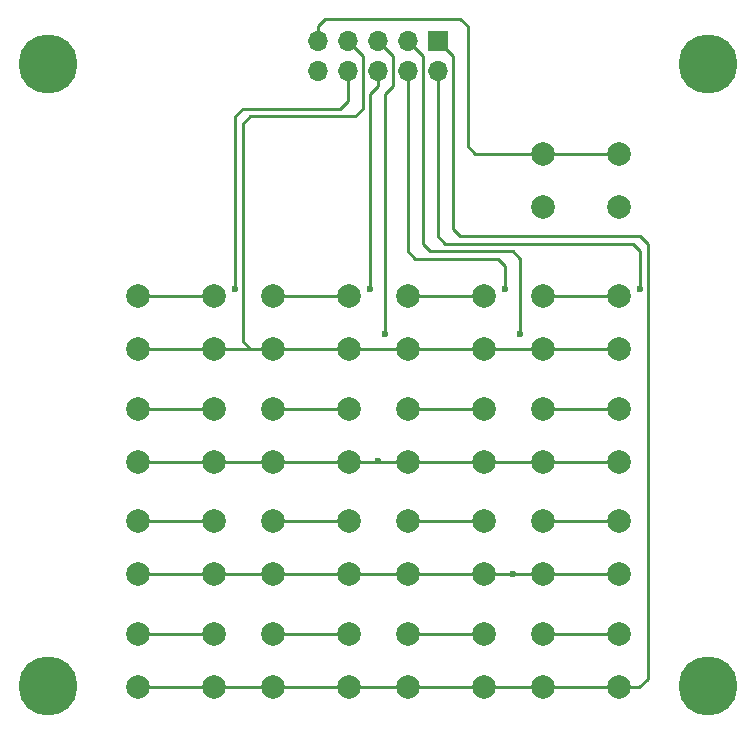
<source format=gtl>
G04 #@! TF.FileFunction,Copper,L1,Top,Signal*
%FSLAX46Y46*%
G04 Gerber Fmt 4.6, Leading zero omitted, Abs format (unit mm)*
G04 Created by KiCad (PCBNEW 4.0.7) date 09/22/19 17:23:35*
%MOMM*%
%LPD*%
G01*
G04 APERTURE LIST*
%ADD10C,0.100000*%
%ADD11C,5.000000*%
%ADD12C,2.000000*%
%ADD13R,1.700000X1.700000*%
%ADD14O,1.700000X1.700000*%
%ADD15C,0.600000*%
%ADD16C,0.250000*%
G04 APERTURE END LIST*
D10*
D11*
X120650000Y-137160000D03*
X176530000Y-137160000D03*
X176530000Y-84455000D03*
X120650000Y-84455000D03*
D12*
X162560000Y-96575000D03*
X162560000Y-92075000D03*
X169060000Y-96575000D03*
X169060000Y-92075000D03*
X128270000Y-137215000D03*
X128270000Y-132715000D03*
X134770000Y-137215000D03*
X134770000Y-132715000D03*
X128270000Y-127690000D03*
X128270000Y-123190000D03*
X134770000Y-127690000D03*
X134770000Y-123190000D03*
X128270000Y-118165000D03*
X128270000Y-113665000D03*
X134770000Y-118165000D03*
X134770000Y-113665000D03*
X128270000Y-108640000D03*
X128270000Y-104140000D03*
X134770000Y-108640000D03*
X134770000Y-104140000D03*
X139700000Y-137215000D03*
X139700000Y-132715000D03*
X146200000Y-137215000D03*
X146200000Y-132715000D03*
X139700000Y-127690000D03*
X139700000Y-123190000D03*
X146200000Y-127690000D03*
X146200000Y-123190000D03*
X139700000Y-118165000D03*
X139700000Y-113665000D03*
X146200000Y-118165000D03*
X146200000Y-113665000D03*
X139700000Y-108640000D03*
X139700000Y-104140000D03*
X146200000Y-108640000D03*
X146200000Y-104140000D03*
X151130000Y-137215000D03*
X151130000Y-132715000D03*
X157630000Y-137215000D03*
X157630000Y-132715000D03*
X151130000Y-127690000D03*
X151130000Y-123190000D03*
X157630000Y-127690000D03*
X157630000Y-123190000D03*
X151130000Y-118165000D03*
X151130000Y-113665000D03*
X157630000Y-118165000D03*
X157630000Y-113665000D03*
X151130000Y-108640000D03*
X151130000Y-104140000D03*
X157630000Y-108640000D03*
X157630000Y-104140000D03*
X162560000Y-137215000D03*
X162560000Y-132715000D03*
X169060000Y-137215000D03*
X169060000Y-132715000D03*
X162560000Y-127690000D03*
X162560000Y-123190000D03*
X169060000Y-127690000D03*
X169060000Y-123190000D03*
X162560000Y-118165000D03*
X162560000Y-113665000D03*
X169060000Y-118165000D03*
X169060000Y-113665000D03*
X162560000Y-108640000D03*
X162560000Y-104140000D03*
X169060000Y-108640000D03*
X169060000Y-104140000D03*
D13*
X153670000Y-82550000D03*
D14*
X153670000Y-85090000D03*
X151130000Y-82550000D03*
X151130000Y-85090000D03*
X148590000Y-82550000D03*
X148590000Y-85090000D03*
X146050000Y-82550000D03*
X146050000Y-85090000D03*
X143510000Y-82550000D03*
X143510000Y-85090000D03*
D15*
X170815000Y-103505000D03*
X160655000Y-107315000D03*
X160020000Y-127635000D03*
X159385000Y-103505000D03*
X148590000Y-118110000D03*
X149225000Y-107315000D03*
X147955000Y-103505000D03*
X136525000Y-103505000D03*
D16*
X155575000Y-80645000D02*
X156210000Y-81280000D01*
X156845000Y-92075000D02*
X162560000Y-92075000D01*
X156210000Y-91440000D02*
X156845000Y-92075000D01*
X156210000Y-81280000D02*
X156210000Y-91440000D01*
X143510000Y-82550000D02*
X143510000Y-81280000D01*
X144145000Y-80645000D02*
X155575000Y-80645000D01*
X143510000Y-81280000D02*
X144145000Y-80645000D01*
X162560000Y-92075000D02*
X169060000Y-92075000D01*
X171450000Y-99695000D02*
X170815000Y-99060000D01*
X154940000Y-83820000D02*
X153670000Y-82550000D01*
X154940000Y-98425000D02*
X154940000Y-83820000D01*
X155575000Y-99060000D02*
X154940000Y-98425000D01*
X170815000Y-99060000D02*
X155575000Y-99060000D01*
X170760000Y-137215000D02*
X169060000Y-137215000D01*
X171450000Y-136525000D02*
X170760000Y-137215000D01*
X171450000Y-99695000D02*
X171450000Y-136525000D01*
X151130000Y-137215000D02*
X146200000Y-137215000D01*
X146200000Y-137215000D02*
X139700000Y-137215000D01*
X139700000Y-137215000D02*
X134770000Y-137215000D01*
X134770000Y-137215000D02*
X128270000Y-137215000D01*
X157630000Y-137215000D02*
X151130000Y-137215000D01*
X162560000Y-137215000D02*
X157630000Y-137215000D01*
X169060000Y-137215000D02*
X162560000Y-137215000D01*
X170815000Y-100330000D02*
X170180000Y-99695000D01*
X153670000Y-99060000D02*
X153670000Y-85090000D01*
X154305000Y-99695000D02*
X153670000Y-99060000D01*
X154940000Y-99695000D02*
X154305000Y-99695000D01*
X170180000Y-99695000D02*
X154940000Y-99695000D01*
X170815000Y-100330000D02*
X170815000Y-103505000D01*
X162560000Y-104140000D02*
X169060000Y-104140000D01*
X169060000Y-113665000D02*
X162560000Y-113665000D01*
X169060000Y-132715000D02*
X162560000Y-132715000D01*
X162560000Y-123190000D02*
X169060000Y-123190000D01*
X160655000Y-100965000D02*
X160020000Y-100330000D01*
X152400000Y-99695000D02*
X152400000Y-86995000D01*
X153035000Y-100330000D02*
X152400000Y-99695000D01*
X160020000Y-100330000D02*
X153035000Y-100330000D01*
X151130000Y-82550000D02*
X152400000Y-83820000D01*
X152400000Y-86995000D02*
X152400000Y-83820000D01*
X160655000Y-100965000D02*
X160655000Y-107315000D01*
X160020000Y-127635000D02*
X160020000Y-127690000D01*
X160020000Y-127690000D02*
X160020000Y-127635000D01*
X160020000Y-127635000D02*
X160020000Y-127690000D01*
X157630000Y-127690000D02*
X151130000Y-127690000D01*
X162560000Y-127690000D02*
X160020000Y-127690000D01*
X160020000Y-127690000D02*
X157630000Y-127690000D01*
X162560000Y-127690000D02*
X169060000Y-127690000D01*
X146200000Y-127690000D02*
X151130000Y-127690000D01*
X139700000Y-127690000D02*
X146200000Y-127690000D01*
X134770000Y-127690000D02*
X139700000Y-127690000D01*
X128270000Y-127690000D02*
X134770000Y-127690000D01*
X159385000Y-101600000D02*
X158750000Y-100965000D01*
X151130000Y-100330000D02*
X151130000Y-87630000D01*
X151765000Y-100965000D02*
X151130000Y-100330000D01*
X158750000Y-100965000D02*
X151765000Y-100965000D01*
X151130000Y-85090000D02*
X151130000Y-87630000D01*
X159385000Y-101600000D02*
X159385000Y-103505000D01*
X151130000Y-104140000D02*
X157630000Y-104140000D01*
X151130000Y-113665000D02*
X157630000Y-113665000D01*
X151130000Y-123190000D02*
X157630000Y-123190000D01*
X151130000Y-132715000D02*
X157630000Y-132715000D01*
X149225000Y-107315000D02*
X149225000Y-86995000D01*
X149860000Y-83820000D02*
X148590000Y-82550000D01*
X149860000Y-86360000D02*
X149860000Y-83820000D01*
X149225000Y-86995000D02*
X149860000Y-86360000D01*
X148590000Y-118110000D02*
X148590000Y-118165000D01*
X148590000Y-118165000D02*
X148590000Y-118110000D01*
X148590000Y-118110000D02*
X148590000Y-118165000D01*
X162560000Y-118165000D02*
X169060000Y-118165000D01*
X157630000Y-118165000D02*
X162560000Y-118165000D01*
X151130000Y-118165000D02*
X157630000Y-118165000D01*
X146200000Y-118165000D02*
X148590000Y-118165000D01*
X148590000Y-118165000D02*
X151130000Y-118165000D01*
X139700000Y-118165000D02*
X146200000Y-118165000D01*
X134770000Y-118165000D02*
X139700000Y-118165000D01*
X128270000Y-118165000D02*
X134770000Y-118165000D01*
X148590000Y-85090000D02*
X148590000Y-86360000D01*
X147955000Y-86995000D02*
X148590000Y-86360000D01*
X147955000Y-86995000D02*
X147955000Y-103505000D01*
X146200000Y-104140000D02*
X139700000Y-104140000D01*
X146200000Y-113665000D02*
X139700000Y-113665000D01*
X139700000Y-132715000D02*
X146200000Y-132715000D01*
X139700000Y-123190000D02*
X146200000Y-123190000D01*
X137795000Y-108640000D02*
X137795000Y-108585000D01*
X147320000Y-83820000D02*
X146050000Y-82550000D01*
X147320000Y-88265000D02*
X147320000Y-83820000D01*
X146685000Y-88900000D02*
X147320000Y-88265000D01*
X137795000Y-88900000D02*
X146685000Y-88900000D01*
X137160000Y-89535000D02*
X137795000Y-88900000D01*
X137160000Y-107950000D02*
X137160000Y-89535000D01*
X137795000Y-108585000D02*
X137160000Y-107950000D01*
X162560000Y-108640000D02*
X169060000Y-108640000D01*
X157630000Y-108640000D02*
X162560000Y-108640000D01*
X151130000Y-108640000D02*
X157630000Y-108640000D01*
X146200000Y-108640000D02*
X151130000Y-108640000D01*
X139700000Y-108640000D02*
X146200000Y-108640000D01*
X134770000Y-108640000D02*
X137160000Y-108640000D01*
X137160000Y-108640000D02*
X137795000Y-108640000D01*
X137795000Y-108640000D02*
X138430000Y-108640000D01*
X138430000Y-108640000D02*
X139700000Y-108640000D01*
X128270000Y-108640000D02*
X134770000Y-108640000D01*
X142875000Y-88265000D02*
X145415000Y-88265000D01*
X136525000Y-103505000D02*
X136525000Y-88900000D01*
X136525000Y-88900000D02*
X137160000Y-88265000D01*
X142875000Y-88265000D02*
X137160000Y-88265000D01*
X146050000Y-87630000D02*
X146050000Y-85090000D01*
X145415000Y-88265000D02*
X146050000Y-87630000D01*
X128270000Y-132715000D02*
X134770000Y-132715000D01*
X128270000Y-123190000D02*
X134770000Y-123190000D01*
X128270000Y-113665000D02*
X134770000Y-113665000D01*
X128270000Y-104140000D02*
X134770000Y-104140000D01*
M02*

</source>
